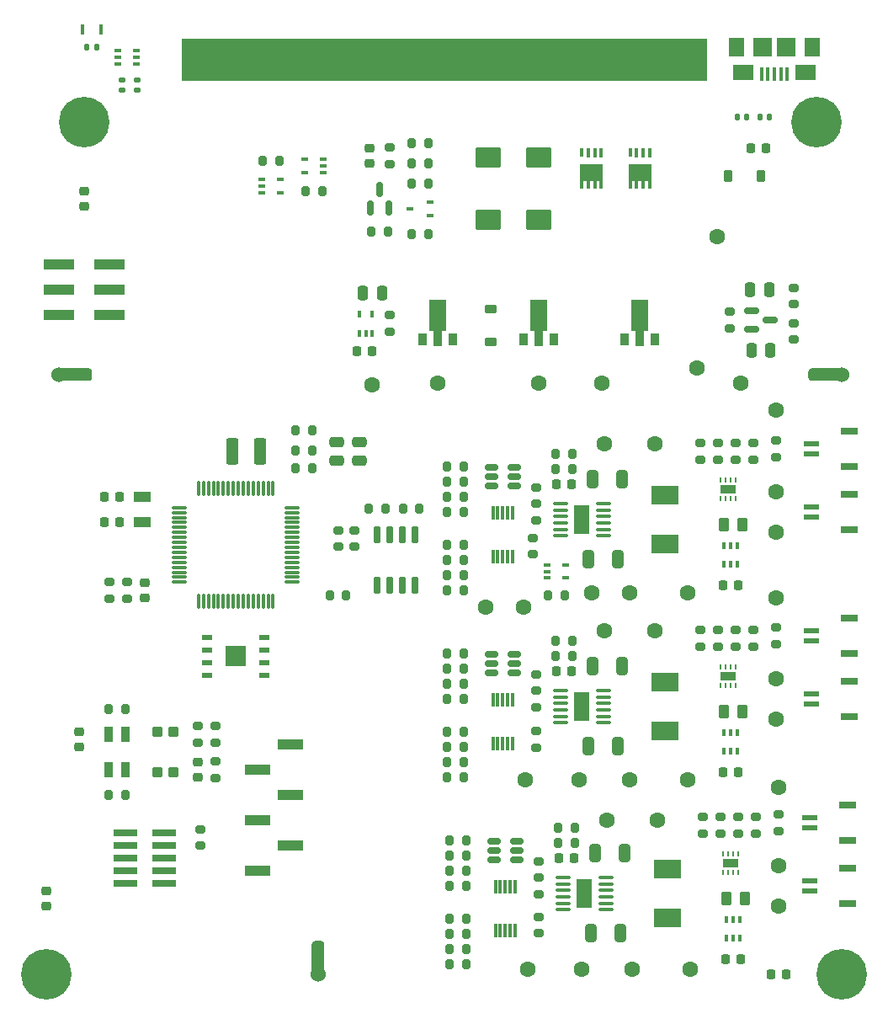
<source format=gbr>
%TF.GenerationSoftware,KiCad,Pcbnew,7.0.5*%
%TF.CreationDate,2023-06-28T17:56:54-04:00*%
%TF.ProjectId,magnetotorqer-drive-board,6d61676e-6574-46f7-946f-727165722d64,A*%
%TF.SameCoordinates,Original*%
%TF.FileFunction,Soldermask,Top*%
%TF.FilePolarity,Negative*%
%FSLAX46Y46*%
G04 Gerber Fmt 4.6, Leading zero omitted, Abs format (unit mm)*
G04 Created by KiCad (PCBNEW 7.0.5) date 2023-06-28 17:56:54*
%MOMM*%
%LPD*%
G01*
G04 APERTURE LIST*
G04 Aperture macros list*
%AMRoundRect*
0 Rectangle with rounded corners*
0 $1 Rounding radius*
0 $2 $3 $4 $5 $6 $7 $8 $9 X,Y pos of 4 corners*
0 Add a 4 corners polygon primitive as box body*
4,1,4,$2,$3,$4,$5,$6,$7,$8,$9,$2,$3,0*
0 Add four circle primitives for the rounded corners*
1,1,$1+$1,$2,$3*
1,1,$1+$1,$4,$5*
1,1,$1+$1,$6,$7*
1,1,$1+$1,$8,$9*
0 Add four rect primitives between the rounded corners*
20,1,$1+$1,$2,$3,$4,$5,0*
20,1,$1+$1,$4,$5,$6,$7,0*
20,1,$1+$1,$6,$7,$8,$9,0*
20,1,$1+$1,$8,$9,$2,$3,0*%
%AMFreePoly0*
4,1,12,0.105238,2.379067,0.194454,2.319454,0.254067,2.230238,0.275000,2.125000,0.275000,-1.400000,-0.275000,-1.400000,-0.275000,2.125000,-0.254067,2.230238,-0.194454,2.319454,-0.105238,2.379067,0.000000,2.400000,0.105238,2.379067,0.105238,2.379067,$1*%
%AMFreePoly1*
4,1,9,3.862500,-0.866500,0.737500,-0.866500,0.737500,-0.450000,-0.737500,-0.450000,-0.737500,0.450000,0.737500,0.450000,0.737500,0.866500,3.862500,0.866500,3.862500,-0.866500,3.862500,-0.866500,$1*%
G04 Aperture macros list end*
%ADD10C,0.100000*%
%ADD11RoundRect,0.200000X0.275000X-0.200000X0.275000X0.200000X-0.275000X0.200000X-0.275000X-0.200000X0*%
%ADD12C,1.600000*%
%ADD13R,2.790000X1.903000*%
%ADD14RoundRect,0.200000X-0.200000X-0.275000X0.200000X-0.275000X0.200000X0.275000X-0.200000X0.275000X0*%
%ADD15RoundRect,0.200000X-0.275000X0.200000X-0.275000X-0.200000X0.275000X-0.200000X0.275000X0.200000X0*%
%ADD16RoundRect,0.225000X-0.250000X0.225000X-0.250000X-0.225000X0.250000X-0.225000X0.250000X0.225000X0*%
%ADD17R,1.550000X0.600000*%
%ADD18R,1.800000X0.800000*%
%ADD19RoundRect,0.225000X-0.225000X-0.250000X0.225000X-0.250000X0.225000X0.250000X-0.225000X0.250000X0*%
%ADD20RoundRect,0.250000X-0.262500X-0.450000X0.262500X-0.450000X0.262500X0.450000X-0.262500X0.450000X0*%
%ADD21R,2.400000X0.740000*%
%ADD22RoundRect,0.225000X0.250000X-0.225000X0.250000X0.225000X-0.250000X0.225000X-0.250000X-0.225000X0*%
%ADD23R,0.850000X1.600000*%
%ADD24RoundRect,0.200000X0.200000X0.275000X-0.200000X0.275000X-0.200000X-0.275000X0.200000X-0.275000X0*%
%ADD25RoundRect,0.225000X0.225000X0.250000X-0.225000X0.250000X-0.225000X-0.250000X0.225000X-0.250000X0*%
%ADD26RoundRect,0.250000X0.325000X0.650000X-0.325000X0.650000X-0.325000X-0.650000X0.325000X-0.650000X0*%
%ADD27RoundRect,0.150000X0.512500X0.150000X-0.512500X0.150000X-0.512500X-0.150000X0.512500X-0.150000X0*%
%ADD28R,0.340000X0.969500*%
%ADD29C,5.080000*%
%ADD30R,2.510000X1.000000*%
%ADD31R,0.300000X1.400000*%
%ADD32RoundRect,0.225000X-0.375000X0.225000X-0.375000X-0.225000X0.375000X-0.225000X0.375000X0.225000X0*%
%ADD33C,1.524000*%
%ADD34RoundRect,0.317500X-0.317500X1.587500X-0.317500X-1.587500X0.317500X-1.587500X0.317500X1.587500X0*%
%ADD35RoundRect,0.135000X0.185000X-0.135000X0.185000X0.135000X-0.185000X0.135000X-0.185000X-0.135000X0*%
%ADD36R,0.650000X0.400000*%
%ADD37RoundRect,0.250000X-0.250000X-0.475000X0.250000X-0.475000X0.250000X0.475000X-0.250000X0.475000X0*%
%ADD38R,0.700000X0.450000*%
%ADD39RoundRect,0.317500X-1.587500X-0.317500X1.587500X-0.317500X1.587500X0.317500X-1.587500X0.317500X0*%
%ADD40R,0.400000X0.650000*%
%ADD41RoundRect,0.225000X-0.225000X-0.375000X0.225000X-0.375000X0.225000X0.375000X-0.225000X0.375000X0*%
%ADD42RoundRect,0.101500X-0.101500X-0.571500X0.101500X-0.571500X0.101500X0.571500X-0.101500X0.571500X0*%
%ADD43R,0.406000X1.346000*%
%ADD44R,1.500000X1.905000*%
%ADD45R,2.108000X1.600000*%
%ADD46R,1.905000X1.905000*%
%ADD47R,1.800000X1.000000*%
%ADD48R,0.250000X0.500000*%
%ADD49R,1.600000X0.900000*%
%ADD50R,0.370000X1.000000*%
%ADD51FreePoly0,0.000000*%
%ADD52RoundRect,0.250000X0.475000X-0.250000X0.475000X0.250000X-0.475000X0.250000X-0.475000X-0.250000X0*%
%ADD53RoundRect,0.250000X1.025000X-0.787500X1.025000X0.787500X-1.025000X0.787500X-1.025000X-0.787500X0*%
%ADD54R,1.100000X0.500000*%
%ADD55R,2.000000X2.000000*%
%ADD56RoundRect,0.150000X-0.587500X-0.150000X0.587500X-0.150000X0.587500X0.150000X-0.587500X0.150000X0*%
%ADD57R,3.150000X1.000000*%
%ADD58RoundRect,0.100000X-0.625000X-0.100000X0.625000X-0.100000X0.625000X0.100000X-0.625000X0.100000X0*%
%ADD59R,1.650000X2.850000*%
%ADD60R,0.900000X1.300000*%
%ADD61FreePoly1,90.000000*%
%ADD62RoundRect,0.147500X0.147500X0.172500X-0.147500X0.172500X-0.147500X-0.172500X0.147500X-0.172500X0*%
%ADD63RoundRect,0.147500X-0.147500X-0.172500X0.147500X-0.172500X0.147500X0.172500X-0.147500X0.172500X0*%
%ADD64RoundRect,0.135000X-0.135000X-0.185000X0.135000X-0.185000X0.135000X0.185000X-0.135000X0.185000X0*%
%ADD65RoundRect,0.150000X0.150000X-0.725000X0.150000X0.725000X-0.150000X0.725000X-0.150000X-0.725000X0*%
%ADD66RoundRect,0.250000X-0.375000X-1.075000X0.375000X-1.075000X0.375000X1.075000X-0.375000X1.075000X0*%
%ADD67RoundRect,0.150000X0.150000X-0.587500X0.150000X0.587500X-0.150000X0.587500X-0.150000X-0.587500X0*%
%ADD68RoundRect,0.317500X1.587500X0.317500X-1.587500X0.317500X-1.587500X-0.317500X1.587500X-0.317500X0*%
%ADD69RoundRect,0.050800X0.450000X-0.450000X0.450000X0.450000X-0.450000X0.450000X-0.450000X-0.450000X0*%
%ADD70RoundRect,0.250000X0.250000X0.475000X-0.250000X0.475000X-0.250000X-0.475000X0.250000X-0.475000X0*%
%ADD71RoundRect,0.075000X-0.662500X-0.075000X0.662500X-0.075000X0.662500X0.075000X-0.662500X0.075000X0*%
%ADD72RoundRect,0.075000X-0.075000X-0.662500X0.075000X-0.662500X0.075000X0.662500X-0.075000X0.662500X0*%
G04 APERTURE END LIST*
%TO.C,Q4*%
G36*
X129415000Y-65189000D02*
G01*
X129075000Y-65189000D01*
X129075000Y-64219500D01*
X129413000Y-64219500D01*
X129415000Y-65189000D01*
G37*
G36*
X128767000Y-65189000D02*
G01*
X128427000Y-65189000D01*
X128427000Y-64219500D01*
X128765000Y-64219500D01*
X128767000Y-65189000D01*
G37*
G36*
X128117000Y-65189000D02*
G01*
X127777000Y-65189000D01*
X127777000Y-64219500D01*
X128115000Y-64219500D01*
X128117000Y-65189000D01*
G37*
G36*
X129415000Y-68283500D02*
G01*
X129075000Y-68283500D01*
X129075000Y-67539000D01*
X128765000Y-67539000D01*
X128765000Y-68283500D01*
X128425000Y-68283500D01*
X128425000Y-67539000D01*
X128115000Y-67539000D01*
X128115000Y-68283500D01*
X127775000Y-68283500D01*
X127775000Y-67539000D01*
X127465000Y-67539000D01*
X127465000Y-68283500D01*
X127125000Y-68283500D01*
X127125000Y-65828500D01*
X129415000Y-65828500D01*
X129415000Y-68283500D01*
G37*
%TO.C,P1*%
D10*
X134983811Y-57437160D02*
X82183811Y-57437160D01*
X82183811Y-53237160D01*
X134983811Y-53237160D01*
X134983811Y-57437160D01*
G36*
X134983811Y-57437160D02*
G01*
X82183811Y-57437160D01*
X82183811Y-53237160D01*
X134983811Y-53237160D01*
X134983811Y-57437160D01*
G37*
%TO.C,Q3*%
G36*
X124565000Y-65189000D02*
G01*
X124225000Y-65189000D01*
X124225000Y-64219500D01*
X124563000Y-64219500D01*
X124565000Y-65189000D01*
G37*
G36*
X123917000Y-65189000D02*
G01*
X123577000Y-65189000D01*
X123577000Y-64219500D01*
X123915000Y-64219500D01*
X123917000Y-65189000D01*
G37*
G36*
X123267000Y-65189000D02*
G01*
X122927000Y-65189000D01*
X122927000Y-64219500D01*
X123265000Y-64219500D01*
X123267000Y-65189000D01*
G37*
G36*
X124565000Y-68283500D02*
G01*
X124225000Y-68283500D01*
X124225000Y-67539000D01*
X123915000Y-67539000D01*
X123915000Y-68283500D01*
X123575000Y-68283500D01*
X123575000Y-67539000D01*
X123265000Y-67539000D01*
X123265000Y-68283500D01*
X122925000Y-68283500D01*
X122925000Y-67539000D01*
X122615000Y-67539000D01*
X122615000Y-68283500D01*
X122275000Y-68283500D01*
X122275000Y-65828500D01*
X124565000Y-65828500D01*
X124565000Y-68283500D01*
G37*
%TD*%
D11*
%TO.C,R80*%
X143764000Y-83502000D03*
X143764000Y-81852000D03*
%TD*%
D12*
%TO.C,TP20*%
X142240000Y-140462000D03*
%TD*%
D13*
%TO.C,L3*%
X130810000Y-104026500D03*
X130810000Y-99173500D03*
%TD*%
D14*
%TO.C,R32*%
X104458000Y-100457000D03*
X106108000Y-100457000D03*
%TD*%
D15*
%TO.C,R11*%
X136144000Y-112713000D03*
X136144000Y-114363000D03*
%TD*%
D12*
%TO.C,TP16*%
X116713000Y-127762000D03*
%TD*%
D14*
%TO.C,R55*%
X119825000Y-96520000D03*
X121475000Y-96520000D03*
%TD*%
D16*
%TO.C,C21*%
X71882000Y-122923000D03*
X71882000Y-124473000D03*
%TD*%
D17*
%TO.C,J1*%
X145528000Y-101338000D03*
X145528000Y-100338000D03*
D18*
X149353000Y-102638000D03*
X149353000Y-99038000D03*
%TD*%
D15*
%TO.C,R12*%
X137922000Y-112713000D03*
X137922000Y-114363000D03*
%TD*%
D14*
%TO.C,R41*%
X108903000Y-116586000D03*
X110553000Y-116586000D03*
%TD*%
D19*
%TO.C,C81*%
X120129000Y-135636000D03*
X121679000Y-135636000D03*
%TD*%
%TO.C,C8*%
X139433000Y-64262000D03*
X140983000Y-64262000D03*
%TD*%
D14*
%TO.C,R97*%
X109157000Y-133858000D03*
X110807000Y-133858000D03*
%TD*%
D20*
%TO.C,R10*%
X136755500Y-120904000D03*
X138580500Y-120904000D03*
%TD*%
D21*
%TO.C,P3*%
X76536000Y-133096000D03*
X80436000Y-133096000D03*
X76536000Y-134366000D03*
X80436000Y-134366000D03*
X76536000Y-135636000D03*
X80436000Y-135636000D03*
X76536000Y-136906000D03*
X80436000Y-136906000D03*
X76536000Y-138176000D03*
X80436000Y-138176000D03*
%TD*%
D22*
%TO.C,C27*%
X83820000Y-127521000D03*
X83820000Y-125971000D03*
%TD*%
D14*
%TO.C,R3*%
X94679000Y-68580000D03*
X96329000Y-68580000D03*
%TD*%
D15*
%TO.C,R72*%
X139954000Y-131509000D03*
X139954000Y-133159000D03*
%TD*%
D12*
%TO.C,TP30*%
X118110000Y-87884000D03*
%TD*%
D23*
%TO.C,D3*%
X74817000Y-126718000D03*
X76567000Y-126718000D03*
X76567000Y-123218000D03*
X74817000Y-123218000D03*
%TD*%
D14*
%TO.C,R64*%
X108903000Y-108712000D03*
X110553000Y-108712000D03*
%TD*%
D11*
%TO.C,R7*%
X142240000Y-132905000D03*
X142240000Y-131255000D03*
%TD*%
D15*
%TO.C,R51*%
X117475000Y-103442000D03*
X117475000Y-105092000D03*
%TD*%
D24*
%TO.C,R17*%
X76517000Y-129273000D03*
X74867000Y-129273000D03*
%TD*%
D25*
%TO.C,C12*%
X75959000Y-99314000D03*
X74409000Y-99314000D03*
%TD*%
D26*
%TO.C,C76*%
X126697000Y-135128000D03*
X123747000Y-135128000D03*
%TD*%
D16*
%TO.C,C61*%
X101092001Y-64248999D03*
X101092001Y-65798999D03*
%TD*%
D15*
%TO.C,R73*%
X103124001Y-64198999D03*
X103124001Y-65848999D03*
%TD*%
D17*
%TO.C,J3*%
X145528000Y-120134000D03*
X145528000Y-119134000D03*
D18*
X149353000Y-121434000D03*
X149353000Y-117834000D03*
%TD*%
D27*
%TO.C,U26*%
X115879500Y-135824000D03*
X115879500Y-134874000D03*
X115879500Y-133924000D03*
X113604500Y-133924000D03*
X113604500Y-134874000D03*
X113604500Y-135824000D03*
%TD*%
D28*
%TO.C,Q4*%
X127295000Y-64704250D03*
%TD*%
D12*
%TO.C,TP27*%
X123444000Y-108966000D03*
%TD*%
D24*
%TO.C,R2*%
X92011000Y-65531999D03*
X90361000Y-65531999D03*
%TD*%
D29*
%TO.C,H4*%
X148590000Y-147320000D03*
%TD*%
D14*
%TO.C,R40*%
X119825000Y-115316000D03*
X121475000Y-115316000D03*
%TD*%
D12*
%TO.C,TP37*%
X130048000Y-131826000D03*
%TD*%
D15*
%TO.C,R36*%
X117856000Y-122873000D03*
X117856000Y-124523000D03*
%TD*%
D30*
%TO.C,P2*%
X89785000Y-136906000D03*
X93095000Y-134366000D03*
X89785000Y-131826000D03*
X93095000Y-129286000D03*
X89785000Y-126746000D03*
X93095000Y-124206000D03*
%TD*%
D12*
%TO.C,TP38*%
X122428000Y-146812000D03*
%TD*%
D31*
%TO.C,U13*%
X115488000Y-119720000D03*
X114988000Y-119720000D03*
X114488000Y-119720000D03*
X113988000Y-119720000D03*
X113488000Y-119720000D03*
X113488000Y-124120000D03*
X113988000Y-124120000D03*
X114488000Y-124120000D03*
X114988000Y-124120000D03*
X115488000Y-124120000D03*
%TD*%
D17*
%TO.C,J6*%
X145367000Y-132580000D03*
X145367000Y-131580000D03*
D18*
X149192000Y-133880000D03*
X149192000Y-130280000D03*
%TD*%
D32*
%TO.C,D5*%
X113284000Y-80392000D03*
X113284000Y-83692000D03*
%TD*%
D33*
%TO.C,TP4*%
X95885000Y-147320000D03*
D34*
X95885000Y-145872200D03*
%TD*%
D14*
%TO.C,R1*%
X97092000Y-109220000D03*
X98742000Y-109220000D03*
%TD*%
D11*
%TO.C,R67*%
X134366000Y-95567000D03*
X134366000Y-93917000D03*
%TD*%
D35*
%TO.C,R91*%
X76200000Y-58422000D03*
X76200000Y-57402000D03*
%TD*%
D16*
%TO.C,C26*%
X78486000Y-107937000D03*
X78486000Y-109487000D03*
%TD*%
D14*
%TO.C,R99*%
X109157000Y-135382000D03*
X110807000Y-135382000D03*
%TD*%
D11*
%TO.C,R18*%
X74930000Y-109537000D03*
X74930000Y-107887000D03*
%TD*%
D12*
%TO.C,TP19*%
X122174000Y-127762000D03*
%TD*%
D24*
%TO.C,R76*%
X102933001Y-72644001D03*
X101283001Y-72644001D03*
%TD*%
D15*
%TO.C,R68*%
X139700000Y-93917000D03*
X139700000Y-95567000D03*
%TD*%
D36*
%TO.C,U1*%
X90236000Y-67422000D03*
X90236000Y-68072000D03*
X90236000Y-68722000D03*
X92136000Y-68722000D03*
X92136000Y-67422000D03*
%TD*%
D14*
%TO.C,R61*%
X108903000Y-107188000D03*
X110553000Y-107188000D03*
%TD*%
D12*
%TO.C,TP23*%
X124714000Y-93980000D03*
%TD*%
D14*
%TO.C,R57*%
X108903000Y-99314000D03*
X110553000Y-99314000D03*
%TD*%
D26*
%TO.C,C45*%
X126443000Y-97536000D03*
X123493000Y-97536000D03*
%TD*%
D12*
%TO.C,TP9*%
X141986000Y-102870000D03*
%TD*%
D37*
%TO.C,C69*%
X139512000Y-84582000D03*
X141412000Y-84582000D03*
%TD*%
D12*
%TO.C,TP1*%
X101346000Y-88011000D03*
%TD*%
D14*
%TO.C,R101*%
X120079000Y-132588000D03*
X121729000Y-132588000D03*
%TD*%
D12*
%TO.C,TP28*%
X136017000Y-73152000D03*
%TD*%
%TO.C,TP25*%
X127254000Y-108966000D03*
%TD*%
D24*
%TO.C,R59*%
X110553000Y-100838000D03*
X108903000Y-100838000D03*
%TD*%
D38*
%TO.C,Q6*%
X107172000Y-71008000D03*
X107172000Y-69708000D03*
X105172000Y-70358000D03*
%TD*%
D14*
%TO.C,R63*%
X108903000Y-105664000D03*
X110553000Y-105664000D03*
%TD*%
D15*
%TO.C,R30*%
X84074000Y-132716000D03*
X84074000Y-134366000D03*
%TD*%
D14*
%TO.C,R106*%
X109157000Y-143256000D03*
X110807000Y-143256000D03*
%TD*%
D25*
%TO.C,C13*%
X75959000Y-101854000D03*
X74409000Y-101854000D03*
%TD*%
D11*
%TO.C,R28*%
X85598000Y-127571000D03*
X85598000Y-125921000D03*
%TD*%
D27*
%TO.C,U15*%
X115625500Y-98232000D03*
X115625500Y-97282000D03*
X115625500Y-96332000D03*
X113350500Y-96332000D03*
X113350500Y-97282000D03*
X113350500Y-98232000D03*
%TD*%
D15*
%TO.C,R53*%
X117856000Y-98363000D03*
X117856000Y-100013000D03*
%TD*%
D33*
%TO.C,TP6*%
X148590000Y-86995000D03*
D39*
X147142200Y-86995000D03*
%TD*%
D14*
%TO.C,R58*%
X119825000Y-94996000D03*
X121475000Y-94996000D03*
%TD*%
%TO.C,R77*%
X105347001Y-72898000D03*
X106997001Y-72898000D03*
%TD*%
D40*
%TO.C,U9*%
X136764000Y-106106000D03*
X137414000Y-106106000D03*
X138064000Y-106106000D03*
X138064000Y-104206000D03*
X137414000Y-104206000D03*
X136764000Y-104206000D03*
%TD*%
D41*
%TO.C,D4*%
X137161000Y-67056000D03*
X140461000Y-67056000D03*
%TD*%
D12*
%TO.C,TP31*%
X133985000Y-86360000D03*
%TD*%
D13*
%TO.C,L2*%
X130810000Y-122822500D03*
X130810000Y-117969500D03*
%TD*%
D14*
%TO.C,R48*%
X108903000Y-124460000D03*
X110553000Y-124460000D03*
%TD*%
D12*
%TO.C,TP32*%
X138430000Y-87884000D03*
%TD*%
D42*
%TO.C,J7*%
X143114000Y-56769000D03*
D43*
X142464000Y-56769000D03*
X141814000Y-56769000D03*
X141164000Y-56769000D03*
X140514000Y-56769000D03*
D44*
X145615000Y-54102000D03*
D45*
X144913000Y-56602000D03*
D46*
X142989000Y-54102000D03*
X140589000Y-54102000D03*
D45*
X138665000Y-56602000D03*
D44*
X137963000Y-54102000D03*
%TD*%
D12*
%TO.C,TP12*%
X141986000Y-121666000D03*
%TD*%
D17*
%TO.C,J5*%
X145367000Y-138930000D03*
X145367000Y-137930000D03*
D18*
X149192000Y-140230000D03*
X149192000Y-136630000D03*
%TD*%
D14*
%TO.C,R54*%
X108903000Y-96266000D03*
X110553000Y-96266000D03*
%TD*%
D11*
%TO.C,R5*%
X141986000Y-95313000D03*
X141986000Y-93663000D03*
%TD*%
D20*
%TO.C,R50*%
X137009500Y-139700000D03*
X138834500Y-139700000D03*
%TD*%
D47*
%TO.C,Y1*%
X78232000Y-99334000D03*
X78232000Y-101834000D03*
%TD*%
D48*
%TO.C,U19*%
X136645000Y-137094000D03*
X137145000Y-137094000D03*
X137645000Y-137094000D03*
X138145000Y-137094000D03*
X138145000Y-135194000D03*
X137645000Y-135194000D03*
X137145000Y-135194000D03*
X136645000Y-135194000D03*
D49*
X137395000Y-136144000D03*
%TD*%
D40*
%TO.C,U3*%
X100061000Y-82865000D03*
X100711000Y-82865000D03*
X101361000Y-82865000D03*
X101361000Y-80965000D03*
X100061000Y-80965000D03*
%TD*%
D36*
%TO.C,Q8*%
X75758000Y-54468000D03*
X75758000Y-55118000D03*
X75758000Y-55768000D03*
X77658000Y-55768000D03*
X77658000Y-55118000D03*
X77658000Y-54468000D03*
%TD*%
D50*
%TO.C,LED3*%
X72222000Y-52324000D03*
X74082000Y-52324000D03*
%TD*%
D11*
%TO.C,R13*%
X134366000Y-114363000D03*
X134366000Y-112713000D03*
%TD*%
D29*
%TO.C,H3*%
X68580000Y-147320000D03*
%TD*%
D14*
%TO.C,R60*%
X108903000Y-104140000D03*
X110553000Y-104140000D03*
%TD*%
D51*
%TO.C,P1*%
X83383811Y-55837160D03*
X84183811Y-55837160D03*
X84983811Y-55837160D03*
X85783811Y-55837160D03*
X86583811Y-55837160D03*
X87383811Y-55837160D03*
X88183811Y-55837160D03*
X88983811Y-55837160D03*
X89783811Y-55837160D03*
X90583811Y-55837160D03*
X91383811Y-55837160D03*
X92183811Y-55837160D03*
X92983811Y-55837160D03*
X93783811Y-55837160D03*
X94583811Y-55837160D03*
X95383811Y-55837160D03*
X96183811Y-55837160D03*
X96983811Y-55837160D03*
X97783811Y-55837160D03*
X98583811Y-55837160D03*
X99383811Y-55837160D03*
X100183811Y-55837160D03*
X100983811Y-55837160D03*
X101783811Y-55837160D03*
X102583811Y-55837160D03*
X103383811Y-55837160D03*
X104183811Y-55837160D03*
X104983811Y-55837160D03*
X105783811Y-55837160D03*
X106583811Y-55837160D03*
X107383811Y-55837160D03*
X108183811Y-55837160D03*
X112183811Y-55837160D03*
X112983811Y-55837160D03*
X113783811Y-55837160D03*
X114583811Y-55837160D03*
X115383811Y-55837160D03*
X116183811Y-55837160D03*
X116983811Y-55837160D03*
X117783811Y-55837160D03*
X118583811Y-55837160D03*
X119383811Y-55837160D03*
X120183811Y-55837160D03*
X120983811Y-55837160D03*
X121783811Y-55837160D03*
X122583811Y-55837160D03*
X123383811Y-55837160D03*
X124183811Y-55837160D03*
X124983811Y-55837160D03*
X125783811Y-55837160D03*
X126583811Y-55837160D03*
X127383811Y-55837160D03*
X128183811Y-55837160D03*
X128983811Y-55837160D03*
X129783811Y-55837160D03*
X130583811Y-55837160D03*
X131383811Y-55837160D03*
X132183811Y-55837160D03*
X132983811Y-55837160D03*
X133783811Y-55837160D03*
%TD*%
D12*
%TO.C,TP3*%
X116586000Y-110363000D03*
%TD*%
%TO.C,TP13*%
X141986000Y-117602000D03*
%TD*%
%TO.C,TP24*%
X112776000Y-110363000D03*
%TD*%
D14*
%TO.C,R100*%
X109157000Y-136906000D03*
X110807000Y-136906000D03*
%TD*%
D19*
%TO.C,C33*%
X136639000Y-127000000D03*
X138189000Y-127000000D03*
%TD*%
D12*
%TO.C,TP5*%
X141986000Y-90551000D03*
%TD*%
D15*
%TO.C,JP1*%
X85598000Y-122365000D03*
X85598000Y-124015000D03*
%TD*%
D14*
%TO.C,R45*%
X108903000Y-122936000D03*
X110553000Y-122936000D03*
%TD*%
D52*
%TO.C,C20*%
X97790000Y-95692000D03*
X97790000Y-93792000D03*
%TD*%
D53*
%TO.C,C60*%
X118086000Y-71438500D03*
X118086000Y-65213500D03*
%TD*%
D12*
%TO.C,TP18*%
X129794000Y-112776000D03*
%TD*%
D29*
%TO.C,H2*%
X146050000Y-61595000D03*
%TD*%
D53*
%TO.C,C59*%
X113040500Y-71438500D03*
X113040500Y-65213500D03*
%TD*%
D54*
%TO.C,U6*%
X84730000Y-113411000D03*
X84730000Y-114681000D03*
X84730000Y-115951000D03*
X84730000Y-117221000D03*
X90530000Y-117221000D03*
X90530000Y-115951000D03*
X90530000Y-114681000D03*
X90530000Y-113411000D03*
D55*
X87630000Y-115316000D03*
%TD*%
D19*
%TO.C,C50*%
X119875000Y-98044000D03*
X121425000Y-98044000D03*
%TD*%
D24*
%TO.C,R75*%
X106997001Y-63754000D03*
X105347001Y-63754000D03*
%TD*%
D12*
%TO.C,TP29*%
X107950000Y-87884000D03*
%TD*%
%TO.C,TP15*%
X124714000Y-112776000D03*
%TD*%
D11*
%TO.C,R71*%
X134620000Y-133159000D03*
X134620000Y-131509000D03*
%TD*%
D56*
%TO.C,U23*%
X139524500Y-80584000D03*
X139524500Y-82484000D03*
X141399500Y-81534000D03*
%TD*%
D14*
%TO.C,R46*%
X108903000Y-125984000D03*
X110553000Y-125984000D03*
%TD*%
D57*
%TO.C,P4*%
X74915000Y-81026000D03*
X69865000Y-81026000D03*
X74915000Y-78486000D03*
X69865000Y-78486000D03*
X74915000Y-75946000D03*
X69865000Y-75946000D03*
%TD*%
D12*
%TO.C,TP34*%
X124968000Y-131826000D03*
%TD*%
D58*
%TO.C,U11*%
X120278000Y-118771000D03*
X120278000Y-119421000D03*
X120278000Y-120071000D03*
X120278000Y-120721000D03*
X120278000Y-121371000D03*
X120278000Y-122021000D03*
X124578000Y-122021000D03*
X124578000Y-121371000D03*
X124578000Y-120721000D03*
X124578000Y-120071000D03*
X124578000Y-119421000D03*
X124578000Y-118771000D03*
D59*
X122428000Y-120396000D03*
%TD*%
D13*
%TO.C,L4*%
X131064000Y-141618500D03*
X131064000Y-136765500D03*
%TD*%
D24*
%TO.C,R74*%
X106997001Y-65786000D03*
X105347001Y-65786000D03*
%TD*%
D60*
%TO.C,U21*%
X116610000Y-83484000D03*
D61*
X118110000Y-83396500D03*
D60*
X119610000Y-83484000D03*
%TD*%
D14*
%TO.C,R35*%
X101029000Y-100457000D03*
X102679000Y-100457000D03*
%TD*%
D26*
%TO.C,C44*%
X126062000Y-105537000D03*
X123112000Y-105537000D03*
%TD*%
D28*
%TO.C,Q3*%
X122445000Y-64704250D03*
%TD*%
D12*
%TO.C,TP21*%
X142240000Y-136398000D03*
%TD*%
D14*
%TO.C,R25*%
X93663000Y-96393000D03*
X95313000Y-96393000D03*
%TD*%
D60*
%TO.C,U20*%
X106450000Y-83484000D03*
D61*
X107950000Y-83396500D03*
D60*
X109450000Y-83484000D03*
%TD*%
D17*
%TO.C,J4*%
X145528000Y-113784000D03*
X145528000Y-112784000D03*
D18*
X149353000Y-115084000D03*
X149353000Y-111484000D03*
%TD*%
D11*
%TO.C,R22*%
X97917000Y-104330000D03*
X97917000Y-102680000D03*
%TD*%
D14*
%TO.C,R107*%
X109157000Y-146304000D03*
X110807000Y-146304000D03*
%TD*%
%TO.C,R33*%
X93663000Y-92583000D03*
X95313000Y-92583000D03*
%TD*%
%TO.C,R98*%
X120079000Y-134112000D03*
X121729000Y-134112000D03*
%TD*%
D11*
%TO.C,R47*%
X117856000Y-120459000D03*
X117856000Y-118809000D03*
%TD*%
D35*
%TO.C,R87*%
X77724000Y-58422000D03*
X77724000Y-57402000D03*
%TD*%
D37*
%TO.C,C68*%
X139385000Y-78486000D03*
X141285000Y-78486000D03*
%TD*%
D24*
%TO.C,R44*%
X110553000Y-119634000D03*
X108903000Y-119634000D03*
%TD*%
D15*
%TO.C,R94*%
X118110000Y-141542000D03*
X118110000Y-143192000D03*
%TD*%
D58*
%TO.C,U25*%
X120532000Y-137567000D03*
X120532000Y-138217000D03*
X120532000Y-138867000D03*
X120532000Y-139517000D03*
X120532000Y-140167000D03*
X120532000Y-140817000D03*
X124832000Y-140817000D03*
X124832000Y-140167000D03*
X124832000Y-139517000D03*
X124832000Y-138867000D03*
X124832000Y-138217000D03*
X124832000Y-137567000D03*
D59*
X122682000Y-139192000D03*
%TD*%
D25*
%TO.C,C4*%
X101374000Y-84643000D03*
X99824000Y-84643000D03*
%TD*%
D62*
%TO.C,D2*%
X139042000Y-61087000D03*
X138072000Y-61087000D03*
%TD*%
D11*
%TO.C,R4*%
X103139000Y-82674000D03*
X103139000Y-81024000D03*
%TD*%
%TO.C,R62*%
X117856000Y-101663000D03*
X117856000Y-100013000D03*
%TD*%
D36*
%TO.C,U4*%
X118938000Y-106157000D03*
X118938000Y-106807000D03*
X118938000Y-107457000D03*
X120838000Y-107457000D03*
X120838000Y-106157000D03*
%TD*%
D63*
%TO.C,D1*%
X140358000Y-61087000D03*
X141328000Y-61087000D03*
%TD*%
D40*
%TO.C,U10*%
X136764000Y-124902000D03*
X137414000Y-124902000D03*
X138064000Y-124902000D03*
X138064000Y-123002000D03*
X137414000Y-123002000D03*
X136764000Y-123002000D03*
%TD*%
D52*
%TO.C,C19*%
X100076000Y-95692000D03*
X100076000Y-93792000D03*
%TD*%
D11*
%TO.C,R29*%
X83820000Y-124015000D03*
X83820000Y-122365000D03*
%TD*%
%TO.C,R6*%
X141986000Y-114109000D03*
X141986000Y-112459000D03*
%TD*%
D64*
%TO.C,R83*%
X72642000Y-54102000D03*
X73662000Y-54102000D03*
%TD*%
D15*
%TO.C,R38*%
X117856000Y-117159000D03*
X117856000Y-118809000D03*
%TD*%
D12*
%TO.C,TP36*%
X127508000Y-146812000D03*
%TD*%
D14*
%TO.C,R16*%
X74867000Y-120650000D03*
X76517000Y-120650000D03*
%TD*%
D12*
%TO.C,TP22*%
X133350000Y-146812000D03*
%TD*%
D60*
%TO.C,U22*%
X126770000Y-83484000D03*
D61*
X128270000Y-83396500D03*
D60*
X129770000Y-83484000D03*
%TD*%
D14*
%TO.C,R43*%
X119825000Y-113792000D03*
X121475000Y-113792000D03*
%TD*%
D15*
%TO.C,R70*%
X138176000Y-131509000D03*
X138176000Y-133159000D03*
%TD*%
D12*
%TO.C,TP11*%
X133096000Y-108966000D03*
%TD*%
D48*
%TO.C,U5*%
X136391000Y-118298000D03*
X136891000Y-118298000D03*
X137391000Y-118298000D03*
X137891000Y-118298000D03*
X137891000Y-116398000D03*
X137391000Y-116398000D03*
X136891000Y-116398000D03*
X136391000Y-116398000D03*
D49*
X137141000Y-117348000D03*
%TD*%
D14*
%TO.C,R56*%
X108903000Y-97790000D03*
X110553000Y-97790000D03*
%TD*%
%TO.C,R49*%
X108903000Y-127508000D03*
X110553000Y-127508000D03*
%TD*%
D12*
%TO.C,TP26*%
X129794000Y-93980000D03*
%TD*%
D65*
%TO.C,U8*%
X101854000Y-108239000D03*
X103124000Y-108239000D03*
X104394000Y-108239000D03*
X105664000Y-108239000D03*
X105664000Y-103089000D03*
X104394000Y-103089000D03*
X103124000Y-103089000D03*
X101854000Y-103089000D03*
%TD*%
D12*
%TO.C,TP8*%
X142240000Y-128524000D03*
%TD*%
D26*
%TO.C,C75*%
X126316000Y-143129000D03*
X123366000Y-143129000D03*
%TD*%
D27*
%TO.C,U12*%
X115625500Y-117028000D03*
X115625500Y-116078000D03*
X115625500Y-115128000D03*
X113350500Y-115128000D03*
X113350500Y-116078000D03*
X113350500Y-117028000D03*
%TD*%
D40*
%TO.C,U17*%
X137018000Y-143698000D03*
X137668000Y-143698000D03*
X138318000Y-143698000D03*
X138318000Y-141798000D03*
X137668000Y-141798000D03*
X137018000Y-141798000D03*
%TD*%
D17*
%TO.C,J2*%
X145528000Y-94988000D03*
X145528000Y-93988000D03*
D18*
X149353000Y-96288000D03*
X149353000Y-92688000D03*
%TD*%
D26*
%TO.C,C35*%
X126443000Y-116332000D03*
X123493000Y-116332000D03*
%TD*%
D15*
%TO.C,R65*%
X136144000Y-93917000D03*
X136144000Y-95567000D03*
%TD*%
D19*
%TO.C,C40*%
X119875000Y-116840000D03*
X121425000Y-116840000D03*
%TD*%
D14*
%TO.C,R103*%
X109157000Y-141732000D03*
X110807000Y-141732000D03*
%TD*%
D19*
%TO.C,C10*%
X141465000Y-147320000D03*
X143015000Y-147320000D03*
%TD*%
D66*
%TO.C,L1*%
X87246000Y-94742000D03*
X90046000Y-94742000D03*
%TD*%
D58*
%TO.C,U14*%
X120278000Y-99975000D03*
X120278000Y-100625000D03*
X120278000Y-101275000D03*
X120278000Y-101925000D03*
X120278000Y-102575000D03*
X120278000Y-103225000D03*
X124578000Y-103225000D03*
X124578000Y-102575000D03*
X124578000Y-101925000D03*
X124578000Y-101275000D03*
X124578000Y-100625000D03*
X124578000Y-99975000D03*
D59*
X122428000Y-101600000D03*
%TD*%
D24*
%TO.C,R102*%
X110807000Y-138430000D03*
X109157000Y-138430000D03*
%TD*%
D16*
%TO.C,C9*%
X68580000Y-138925000D03*
X68580000Y-140475000D03*
%TD*%
D11*
%TO.C,R23*%
X99568000Y-104330000D03*
X99568000Y-102680000D03*
%TD*%
D19*
%TO.C,C56*%
X136893000Y-145796000D03*
X138443000Y-145796000D03*
%TD*%
D14*
%TO.C,R8*%
X119063000Y-109220000D03*
X120713000Y-109220000D03*
%TD*%
D12*
%TO.C,TP7*%
X141986000Y-109474000D03*
%TD*%
D31*
%TO.C,U27*%
X115742000Y-138516000D03*
X115242000Y-138516000D03*
X114742000Y-138516000D03*
X114242000Y-138516000D03*
X113742000Y-138516000D03*
X113742000Y-142916000D03*
X114242000Y-142916000D03*
X114742000Y-142916000D03*
X115242000Y-142916000D03*
X115742000Y-142916000D03*
%TD*%
D22*
%TO.C,C6*%
X72390000Y-70117000D03*
X72390000Y-68567000D03*
%TD*%
D36*
%TO.C,U2*%
X96454000Y-66690000D03*
X96454000Y-66040000D03*
X96454000Y-65390000D03*
X94554000Y-65390000D03*
X94554000Y-66690000D03*
%TD*%
D12*
%TO.C,TP14*%
X133096000Y-127762000D03*
%TD*%
%TO.C,TP10*%
X141986000Y-98806000D03*
%TD*%
D11*
%TO.C,R105*%
X118110000Y-139255000D03*
X118110000Y-137605000D03*
%TD*%
D29*
%TO.C,H1*%
X72390000Y-61595000D03*
%TD*%
D31*
%TO.C,U16*%
X115488000Y-100924000D03*
X114988000Y-100924000D03*
X114488000Y-100924000D03*
X113988000Y-100924000D03*
X113488000Y-100924000D03*
X113488000Y-105324000D03*
X113988000Y-105324000D03*
X114488000Y-105324000D03*
X114988000Y-105324000D03*
X115488000Y-105324000D03*
%TD*%
D12*
%TO.C,TP17*%
X127254000Y-127762000D03*
%TD*%
D14*
%TO.C,R42*%
X108903000Y-118110000D03*
X110553000Y-118110000D03*
%TD*%
D15*
%TO.C,R14*%
X139700000Y-112713000D03*
X139700000Y-114363000D03*
%TD*%
D11*
%TO.C,R81*%
X143764000Y-79946000D03*
X143764000Y-78296000D03*
%TD*%
D67*
%TO.C,Q5*%
X101158001Y-70279500D03*
X103058001Y-70279500D03*
X102108001Y-68404500D03*
%TD*%
D14*
%TO.C,R39*%
X108903000Y-115062000D03*
X110553000Y-115062000D03*
%TD*%
D33*
%TO.C,TP2*%
X69850000Y-86995000D03*
D68*
X71297800Y-86995000D03*
%TD*%
D69*
%TO.C,SW1*%
X79718000Y-122918000D03*
X81318000Y-122918000D03*
X79718000Y-127018000D03*
X81318000Y-127018000D03*
%TD*%
D70*
%TO.C,C3*%
X102311000Y-78801000D03*
X100411000Y-78801000D03*
%TD*%
D15*
%TO.C,R66*%
X137922000Y-93917000D03*
X137922000Y-95567000D03*
%TD*%
D48*
%TO.C,U18*%
X136391000Y-99502000D03*
X136891000Y-99502000D03*
X137391000Y-99502000D03*
X137891000Y-99502000D03*
X137891000Y-97602000D03*
X137391000Y-97602000D03*
X136891000Y-97602000D03*
X136391000Y-97602000D03*
D49*
X137141000Y-98552000D03*
%TD*%
D14*
%TO.C,R26*%
X93663000Y-94615000D03*
X95313000Y-94615000D03*
%TD*%
D19*
%TO.C,C30*%
X136639000Y-108204000D03*
X138189000Y-108204000D03*
%TD*%
D15*
%TO.C,R79*%
X137287000Y-80709000D03*
X137287000Y-82359000D03*
%TD*%
%TO.C,R69*%
X136398000Y-131509000D03*
X136398000Y-133159000D03*
%TD*%
%TO.C,R19*%
X76708000Y-107887000D03*
X76708000Y-109537000D03*
%TD*%
D71*
%TO.C,U7*%
X81967500Y-100390000D03*
X81967500Y-100890000D03*
X81967500Y-101390000D03*
X81967500Y-101890000D03*
X81967500Y-102390000D03*
X81967500Y-102890000D03*
X81967500Y-103390000D03*
X81967500Y-103890000D03*
X81967500Y-104390000D03*
X81967500Y-104890000D03*
X81967500Y-105390000D03*
X81967500Y-105890000D03*
X81967500Y-106390000D03*
X81967500Y-106890000D03*
X81967500Y-107390000D03*
X81967500Y-107890000D03*
D72*
X83880000Y-109802500D03*
X84380000Y-109802500D03*
X84880000Y-109802500D03*
X85380000Y-109802500D03*
X85880000Y-109802500D03*
X86380000Y-109802500D03*
X86880000Y-109802500D03*
X87380000Y-109802500D03*
X87880000Y-109802500D03*
X88380000Y-109802500D03*
X88880000Y-109802500D03*
X89380000Y-109802500D03*
X89880000Y-109802500D03*
X90380000Y-109802500D03*
X90880000Y-109802500D03*
X91380000Y-109802500D03*
D71*
X93292500Y-107890000D03*
X93292500Y-107390000D03*
X93292500Y-106890000D03*
X93292500Y-106390000D03*
X93292500Y-105890000D03*
X93292500Y-105390000D03*
X93292500Y-104890000D03*
X93292500Y-104390000D03*
X93292500Y-103890000D03*
X93292500Y-103390000D03*
X93292500Y-102890000D03*
X93292500Y-102390000D03*
X93292500Y-101890000D03*
X93292500Y-101390000D03*
X93292500Y-100890000D03*
X93292500Y-100390000D03*
D72*
X91380000Y-98477500D03*
X90880000Y-98477500D03*
X90380000Y-98477500D03*
X89880000Y-98477500D03*
X89380000Y-98477500D03*
X88880000Y-98477500D03*
X88380000Y-98477500D03*
X87880000Y-98477500D03*
X87380000Y-98477500D03*
X86880000Y-98477500D03*
X86380000Y-98477500D03*
X85880000Y-98477500D03*
X85380000Y-98477500D03*
X84880000Y-98477500D03*
X84380000Y-98477500D03*
X83880000Y-98477500D03*
%TD*%
D12*
%TO.C,TP35*%
X116967000Y-146812000D03*
%TD*%
D15*
%TO.C,R96*%
X118110000Y-135955000D03*
X118110000Y-137605000D03*
%TD*%
D12*
%TO.C,TP33*%
X124460000Y-87884000D03*
%TD*%
D20*
%TO.C,R9*%
X136755500Y-102108000D03*
X138580500Y-102108000D03*
%TD*%
D14*
%TO.C,R104*%
X109157000Y-144780000D03*
X110807000Y-144780000D03*
%TD*%
D26*
%TO.C,C34*%
X126062000Y-124333000D03*
X123112000Y-124333000D03*
%TD*%
D24*
%TO.C,R78*%
X106997001Y-67818000D03*
X105347001Y-67818000D03*
%TD*%
M02*

</source>
